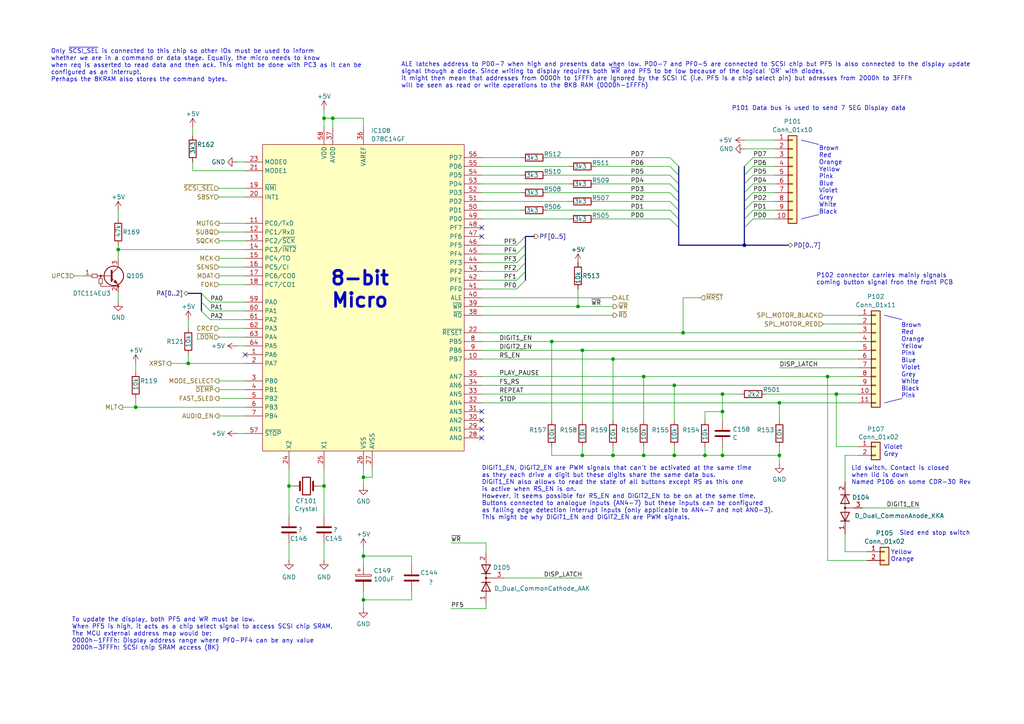
<source format=kicad_sch>
(kicad_sch (version 20231120) (generator "eeschema") (generator_version "8.0")
  (paper "A4")
  (title_block (title "PC-Engine CDR-30A (CD-ROM2) Schematics - MAIN PWR") (date "2025-02-09") (rev "0.3") (company "Author: Regis Galland"))
  (lib_symbols
    (symbol "Connector_Generic:Conn_01x02" (pin_names (offset 1.016) hide)
      (property "Reference" "J" (at 0 2.54 0))
      (property "Value" "Conn_01x02" (at 0 -5.08 0))
      (symbol "Conn_01x02_1_1"
        (rectangle (start -1.27 -2.413) (end 0 -2.667) (stroke (width 0.1524)))
        (rectangle (start -1.27 0.127) (end 0 -0.127) (stroke (width 0.1524)))
        (rectangle (start -1.27 1.27) (end 1.27 -3.81) (stroke (width 0.254)) (fill (type background)))
        (pin passive line (at -5.08 0 0) (length 3.81) (name "Pin_1") (number "1"))
        (pin passive line (at -5.08 -2.54 0) (length 3.81) (name "Pin_2") (number "2"))
      )
    )
    (symbol "Connector_Generic:Conn_01x10" (pin_names (offset 1.016) hide)
      (property "Reference" "J" (at 0 12.7 0))
      (property "Value" "Conn_01x10" (at 0 -15.24 0))
      (symbol "Conn_01x10_1_1"
        (rectangle (start -1.27 -12.573) (end 0 -12.827) (stroke (width 0.1524)))
        (rectangle (start -1.27 -10.033) (end 0 -10.287) (stroke (width 0.1524)))
        (rectangle (start -1.27 -7.493) (end 0 -7.747) (stroke (width 0.1524)))
        (rectangle (start -1.27 -4.953) (end 0 -5.207) (stroke (width 0.1524)))
        (rectangle (start -1.27 -2.413) (end 0 -2.667) (stroke (width 0.1524)))
        (rectangle (start -1.27 0.127) (end 0 -0.127) (stroke (width 0.1524)))
        (rectangle (start -1.27 2.667) (end 0 2.413) (stroke (width 0.1524)))
        (rectangle (start -1.27 5.207) (end 0 4.953) (stroke (width 0.1524)))
        (rectangle (start -1.27 7.747) (end 0 7.493) (stroke (width 0.1524)))
        (rectangle (start -1.27 10.287) (end 0 10.033) (stroke (width 0.1524)))
        (rectangle (start -1.27 11.43) (end 1.27 -13.97) (stroke (width 0.254)) (fill (type background)))
        (pin passive line (at -5.08 10.16 0) (length 3.81) (name "Pin_1") (number "1"))
        (pin passive line (at -5.08 -12.7 0) (length 3.81) (name "Pin_10") (number "10"))
        (pin passive line (at -5.08 7.62 0) (length 3.81) (name "Pin_2") (number "2"))
        (pin passive line (at -5.08 5.08 0) (length 3.81) (name "Pin_3") (number "3"))
        (pin passive line (at -5.08 2.54 0) (length 3.81) (name "Pin_4") (number "4"))
        (pin passive line (at -5.08 0 0) (length 3.81) (name "Pin_5") (number "5"))
        (pin passive line (at -5.08 -2.54 0) (length 3.81) (name "Pin_6") (number "6"))
        (pin passive line (at -5.08 -5.08 0) (length 3.81) (name "Pin_7") (number "7"))
        (pin passive line (at -5.08 -7.62 0) (length 3.81) (name "Pin_8") (number "8"))
        (pin passive line (at -5.08 -10.16 0) (length 3.81) (name "Pin_9") (number "9"))
      )
    )
    (symbol "Connector_Generic:Conn_01x11" (pin_names (offset 1.016) hide)
      (property "Reference" "J" (at 0 15.24 0))
      (property "Value" "Conn_01x11" (at 0 -15.24 0))
      (symbol "Conn_01x11_1_1"
        (rectangle (start -1.27 -12.573) (end 0 -12.827) (stroke (width 0.1524)))
        (rectangle (start -1.27 -10.033) (end 0 -10.287) (stroke (width 0.1524)))
        (rectangle (start -1.27 -7.493) (end 0 -7.747) (stroke (width 0.1524)))
        (rectangle (start -1.27 -4.953) (end 0 -5.207) (stroke (width 0.1524)))
        (rectangle (start -1.27 -2.413) (end 0 -2.667) (stroke (width 0.1524)))
        (rectangle (start -1.27 0.127) (end 0 -0.127) (stroke (width 0.1524)))
        (rectangle (start -1.27 2.667) (end 0 2.413) (stroke (width 0.1524)))
        (rectangle (start -1.27 5.207) (end 0 4.953) (stroke (width 0.1524)))
        (rectangle (start -1.27 7.747) (end 0 7.493) (stroke (width 0.1524)))
        (rectangle (start -1.27 10.287) (end 0 10.033) (stroke (width 0.1524)))
        (rectangle (start -1.27 12.827) (end 0 12.573) (stroke (width 0.1524)))
        (rectangle (start -1.27 13.97) (end 1.27 -13.97) (stroke (width 0.254)) (fill (type background)))
        (pin passive line (at -5.08 12.7 0) (length 3.81) (name "Pin_1") (number "1"))
        (pin passive line (at -5.08 -10.16 0) (length 3.81) (name "Pin_10") (number "10"))
        (pin passive line (at -5.08 -12.7 0) (length 3.81) (name "Pin_11") (number "11"))
        (pin passive line (at -5.08 10.16 0) (length 3.81) (name "Pin_2") (number "2"))
        (pin passive line (at -5.08 7.62 0) (length 3.81) (name "Pin_3") (number "3"))
        (pin passive line (at -5.08 5.08 0) (length 3.81) (name "Pin_4") (number "4"))
        (pin passive line (at -5.08 2.54 0) (length 3.81) (name "Pin_5") (number "5"))
        (pin passive line (at -5.08 0 0) (length 3.81) (name "Pin_6") (number "6"))
        (pin passive line (at -5.08 -2.54 0) (length 3.81) (name "Pin_7") (number "7"))
        (pin passive line (at -5.08 -5.08 0) (length 3.81) (name "Pin_8") (number "8"))
        (pin passive line (at -5.08 -7.62 0) (length 3.81) (name "Pin_9") (number "9"))
      )
    )
    (symbol "Device:C" (pin_numbers hide) (pin_names (offset 0.254))
      (property "Reference" "C" (at 0.635 2.54 0))
      (property "Value" "C" (at 0.635 -2.54 0))
      (symbol "C_0_1"
        (polyline (pts (xy -2.032 -0.762) (xy 2.032 -0.762)) (stroke (width 0.508)))
        (polyline (pts (xy -2.032 0.762) (xy 2.032 0.762)) (stroke (width 0.508)))
      )
      (symbol "C_1_1"
        (pin passive line (at 0 3.81 270) (length 2.794) (name "~") (number "1"))
        (pin passive line (at 0 -3.81 90) (length 2.794) (name "~") (number "2"))
      )
    )
    (symbol "Device:C_Polarized" (pin_numbers hide) (pin_names (offset 0.254))
      (property "Reference" "C" (at 0.635 2.54 0))
      (property "Value" "C_Polarized" (at 0.635 -2.54 0))
      (symbol "C_Polarized_0_1"
        (rectangle (start -2.286 0.508) (end 2.286 1.016))
        (polyline (pts (xy -1.778 2.286) (xy -0.762 2.286)))
        (polyline (pts (xy -1.27 2.794) (xy -1.27 1.778)))
        (rectangle (start 2.286 -0.508) (end -2.286 -1.016) (fill (type outline)))
      )
      (symbol "C_Polarized_1_1"
        (pin passive line (at 0 3.81 270) (length 2.794) (name "~") (number "1"))
        (pin passive line (at 0 -3.81 90) (length 2.794) (name "~") (number "2"))
      )
    )
    (symbol "Device:Crystal" (pin_numbers hide) (pin_names (offset 1.016) hide)
      (property "Reference" "Y" (at 0 3.81 0))
      (property "Value" "Crystal" (at 0 -3.81 0))
      (symbol "Crystal_0_1"
        (rectangle (start -1.143 2.54) (end 1.143 -2.54) (stroke (width 0.3048)))
        (polyline (pts (xy -2.54 0) (xy -1.905 0)))
        (polyline (pts (xy -1.905 -1.27) (xy -1.905 1.27)) (stroke (width 0.508)))
        (polyline (pts (xy 1.905 -1.27) (xy 1.905 1.27)) (stroke (width 0.508)))
        (polyline (pts (xy 2.54 0) (xy 1.905 0)))
      )
      (symbol "Crystal_1_1"
        (pin passive line (at -3.81 0 0) (length 1.27) (name "1") (number "1"))
        (pin passive line (at 3.81 0 180) (length 1.27) (name "2") (number "2"))
      )
    )
    (symbol "Device:D_Dual_CommonAnode_KKA" (pin_names (offset 0.762) hide)
      (property "Reference" "D" (at 1.27 -2.54 0))
      (property "Value" "D_Dual_CommonAnode_KKA" (at 0 2.54 0))
      (symbol "D_Dual_CommonAnode_KKA_0_1"
        (polyline (pts (xy -3.81 0) (xy 3.81 0)))
        (polyline (pts (xy 0 0) (xy 0 -2.54)))
        (polyline (pts (xy -3.81 1.27) (xy -3.81 -1.27) (xy -3.81 -1.27)) (stroke (width 0.254)))
        (polyline (pts (xy 3.81 1.27) (xy 3.81 -1.27) (xy 3.81 -1.27)) (stroke (width 0.254)))
        (polyline (pts (xy -1.27 -1.27) (xy -3.81 0) (xy -1.27 1.27) (xy -1.27 -1.27) (xy -1.27 -1.27) (xy -1.27 -1.27)) (stroke (width 0.254)))
        (polyline (pts (xy 1.27 1.27) (xy 3.81 0) (xy 1.27 -1.27) (xy 1.27 1.27) (xy 1.27 1.27) (xy 1.27 1.27)) (stroke (width 0.254)))
        (circle (center 0 0) (radius 0.254) (fill (type outline)))
        (pin passive line (at -7.62 0 0) (length 3.81) (name "K") (number "1"))
        (pin passive line (at 7.62 0 180) (length 3.81) (name "K") (number "2"))
        (pin passive line (at 0 -5.08 90) (length 2.54) (name "A") (number "3"))
      )
    )
    (symbol "Device:D_Dual_CommonCathode_AAK" (pin_names (offset 0.762) hide)
      (property "Reference" "D" (at 1.27 -2.54 0))
      (property "Value" "D_Dual_CommonCathode_AAK" (at 0 2.54 0))
      (symbol "D_Dual_CommonCathode_AAK_0_1"
        (polyline (pts (xy -3.81 0) (xy 3.81 0)))
        (polyline (pts (xy 0 0) (xy 0 -2.54)))
        (polyline (pts (xy -1.27 -1.27) (xy -1.27 1.27) (xy -1.27 1.27)) (stroke (width 0.254)))
        (polyline (pts (xy 1.27 -1.27) (xy 1.27 1.27) (xy 1.27 1.27)) (stroke (width 0.254)))
        (polyline (pts (xy -3.81 1.27) (xy -1.27 0) (xy -3.81 -1.27) (xy -3.81 1.27) (xy -3.81 1.27) (xy -3.81 1.27)) (stroke (width 0.254)))
        (polyline (pts (xy 3.81 -1.27) (xy 1.27 0) (xy 3.81 1.27) (xy 3.81 -1.27) (xy 3.81 -1.27) (xy 3.81 -1.27)) (stroke (width 0.254)))
        (circle (center 0 0) (radius 0.254) (fill (type outline)))
        (pin passive line (at -7.62 0 0) (length 3.81) (name "A") (number "1"))
        (pin passive line (at 7.62 0 180) (length 3.81) (name "A") (number "2"))
        (pin passive line (at 0 -5.08 90) (length 2.54) (name "K") (number "3"))
      )
    )
    (symbol "Device:R" (pin_numbers hide) (pin_names (offset 0))
      (property "Reference" "R" (at 2.032 0 90))
      (property "Value" "R" (at 0 0 90))
      (symbol "R_0_1"
        (rectangle (start -1.016 -2.54) (end 1.016 2.54) (stroke (width 0.254)))
      )
      (symbol "R_1_1"
        (pin passive line (at 0 3.81 270) (length 1.27) (name "~") (number "1"))
        (pin passive line (at 0 -3.81 90) (length 1.27) (name "~") (number "2"))
      )
    )
    (symbol "PC-Engine_CDR-30:D78C14GF"
      (property "Reference" "IC108" (at 16.1641 44.6575 0))
      (property "Value" "D78C14GF" (at 16.1641 42.2332 0))
      (symbol "D78C14GF_1_1"
        (rectangle (start -29.21 40.64) (end 29.21 -48.26) (fill (type background)))
        (pin passive line (at -34.29 -20.32 0) (length 5.08) (name "PA6") (number "1"))
        (pin passive line (at 34.29 -21.59 180) (length 5.08) (name "PB7") (number "10"))
        (pin passive line (at -34.29 17.78 0) (length 5.08) (name "PC0/TxD") (number "11"))
        (pin passive line (at -34.29 15.24 0) (length 5.08) (name "PC1/RxD") (number "12"))
        (pin passive line (at -34.29 12.7 0) (length 5.08) (name "PC2/~{SCK}") (number "13"))
        (pin passive line (at -34.29 10.16 0) (length 5.08) (name "PC3/~{INT2}") (number "14"))
        (pin passive line (at -34.29 7.62 0) (length 5.08) (name "PC4/TO") (number "15"))
        (pin passive line (at -34.29 5.08 0) (length 5.08) (name "PC5/CI") (number "16"))
        (pin passive line (at -34.29 2.54 0) (length 5.08) (name "PC6/CO0") (number "17"))
        (pin passive line (at -34.29 0 0) (length 5.08) (name "PC7/CO1") (number "18"))
        (pin passive line (at -34.29 27.94 0) (length 5.08) (name "~{NMI}") (number "19"))
        (pin passive line (at -34.29 -22.86 0) (length 5.08) (name "PA7") (number "2"))
        (pin passive line (at -34.29 25.4 0) (length 5.08) (name "INT1") (number "20"))
        (pin passive line (at -34.29 33.02 0) (length 5.08) (name "MODE1") (number "21"))
        (pin passive line (at 34.29 -13.97 180) (length 5.08) (name "~{RESET}") (number "22"))
        (pin passive line (at -34.29 35.56 0) (length 5.08) (name "MODE0") (number "23"))
        (pin passive line (at -21.59 -53.34 90) (length 5.08) (name "X2") (number "24"))
        (pin passive line (at -11.43 -53.34 90) (length 5.08) (name "X1") (number "25"))
        (pin passive line (at 0 -53.34 90) (length 5.08) (name "VSS") (number "26"))
        (pin passive line (at 2.54 -53.34 90) (length 5.08) (name "AVSS") (number "27"))
        (pin passive line (at 34.29 -44.45 180) (length 5.08) (name "AN0") (number "28"))
        (pin passive line (at 34.29 -41.91 180) (length 5.08) (name "AN1") (number "29"))
        (pin passive line (at -34.29 -27.94 0) (length 5.08) (name "PB0") (number "3"))
        (pin passive line (at 34.29 -39.37 180) (length 5.08) (name "AN2") (number "30"))
        (pin passive line (at 34.29 -36.83 180) (length 5.08) (name "AN3") (number "31"))
        (pin passive line (at 34.29 -34.29 180) (length 5.08) (name "AN4") (number "32"))
        (pin passive line (at 34.29 -31.75 180) (length 5.08) (name "AN5") (number "33"))
        (pin passive line (at 34.29 -29.21 180) (length 5.08) (name "AN6") (number "34"))
        (pin passive line (at 34.29 -26.67 180) (length 5.08) (name "AN7") (number "35"))
        (pin passive line (at 0 45.72 270) (length 5.08) (name "VAREF") (number "36"))
        (pin passive line (at -8.89 45.72 270) (length 5.08) (name "AVDD") (number "37"))
        (pin passive line (at 34.29 -8.89 180) (length 5.08) (name "~{RD}") (number "38"))
        (pin passive line (at 34.29 -6.35 180) (length 5.08) (name "~{WR}") (number "39"))
        (pin passive line (at -34.29 -30.48 0) (length 5.08) (name "PB1") (number "4"))
        (pin passive line (at 34.29 -3.81 180) (length 5.08) (name "ALE") (number "40"))
        (pin passive line (at 34.29 -1.27 180) (length 5.08) (name "PF0") (number "41"))
        (pin passive line (at 34.29 1.27 180) (length 5.08) (name "PF1") (number "42"))
        (pin passive line (at 34.29 3.81 180) (length 5.08) (name "PF2") (number "43"))
        (pin passive line (at 34.29 6.35 180) (length 5.08) (name "PF3") (number "44"))
        (pin passive line (at 34.29 8.89 180) (length 5.08) (name "PF4") (number "45"))
        (pin passive line (at 34.29 11.43 180) (length 5.08) (name "PF5") (number "46"))
        (pin passive line (at 34.29 13.97 180) (length 5.08) (name "PF6") (number "47"))
        (pin passive line (at 34.29 16.51 180) (length 5.08) (name "PF7") (number "48"))
        (pin passive line (at 34.29 19.05 180) (length 5.08) (name "PD0") (number "49"))
        (pin passive line (at -34.29 -33.02 0) (length 5.08) (name "PB2") (number "5"))
        (pin passive line (at 34.29 21.59 180) (length 5.08) (name "PD1") (number "50"))
        (pin passive line (at 34.29 24.13 180) (length 5.08) (name "PD2") (number "51"))
        (pin passive line (at 34.29 26.67 180) (length 5.08) (name "PD3") (number "52"))
        (pin passive line (at 34.29 29.21 180) (length 5.08) (name "PD4") (number "53"))
        (pin passive line (at 34.29 31.75 180) (length 5.08) (name "PD5") (number "54"))
        (pin passive line (at 34.29 34.29 180) (length 5.08) (name "PD6") (number "55"))
        (pin passive line (at 34.29 36.83 180) (length 5.08) (name "PD7") (number "56"))
        (pin passive line (at -34.29 -43.18 0) (length 5.08) (name "~{STOP}") (number "57"))
        (pin passive line (at -11.43 45.72 270) (length 5.08) (name "VDD") (number "58"))
        (pin passive line (at -34.29 -5.08 0) (length 5.08) (name "PA0") (number "59"))
        (pin passive line (at -34.29 -35.56 0) (length 5.08) (name "PB3") (number "6"))
        (pin passive line (at -34.29 -7.62 0) (length 5.08) (name "PA1") (number "60"))
        (pin passive line (at -34.29 -10.16 0) (length 5.08) (name "PA2") (number "61"))
        (pin passive line (at -34.29 -12.7 0) (length 5.08) (name "PA3") (number "62"))
        (pin passive line (at -34.29 -15.24 0) (length 5.08) (name "PA4") (number "63"))
        (pin passive line (at -34.29 -17.78 0) (length 5.08) (name "PA5") (number "64"))
        (pin passive line (at -34.29 -38.1 0) (length 5.08) (name "PB4") (number "7"))
        (pin passive line (at 34.29 -16.51 180) (length 5.08) (name "PB5") (number "8"))
        (pin passive line (at 34.29 -19.05 180) (length 5.08) (name "PB6") (number "9"))
      )
    )
    (symbol "PC-Engine_CDR-30:DTC114EU3" (pin_names hide)
      (property "Reference" "Q" (at 3.81 1.27 0))
      (property "Value" "DTC114EU3" (at 3.81 -1.27 0))
      (symbol "DTC114EU3_0_1"
        (rectangle (start -6.35 0.508) (end -4.826 -0.508))
        (rectangle (start -4.318 -2.286) (end -3.302 -0.762))
        (circle (center -3.81 0) (radius 0.254) (fill (type outline)))
        (polyline (pts (xy -3.81 -0.762) (xy -3.81 0)))
        (polyline (pts (xy -0.762 0) (xy -4.826 0)))
        (polyline (pts (xy -0.635 1.524) (xy -0.635 -1.524)) (stroke (width 0.508)))
        (polyline (pts (xy -3.81 -2.286) (xy -3.81 -3.048) (xy 1.27 -3.048)))
        (circle (center 1.27 -3.048) (radius 0.254) (fill (type outline)))
      )
      (symbol "DTC114EU3_1_1"
        (polyline (pts (xy -0.635 0.635) (xy 1.27 2.54)))
        (polyline (pts (xy -0.635 -0.635) (xy 1.27 -2.54) (xy 1.27 -2.54)))
        (polyline (pts (xy 0 -1.778) (xy 0.508 -1.27) (xy 1.016 -2.286) (xy 0 -1.778) (xy 0 -1.778)) (fill (type outline)))
        (circle (center 0 0) (radius 2.8194) (stroke (width 0.254)))
        (pin input line (at -8.89 0 0) (length 2.54) (name "B") (number "1"))
        (pin passive line (at 1.27 -5.08 90) (length 2.54) (name "E") (number "2"))
        (pin passive line (at 1.27 5.08 270) (length 2.54) (name "C") (number "3"))
      )
    )
    (symbol "power:+5V" (power) (pin_numbers hide) (pin_names (offset 0) hide)
      (property "Value" "+5V" (at 0 3.556 0))
      (symbol "+5V_0_1"
        (polyline (pts (xy -0.762 1.27) (xy 0 2.54)))
        (polyline (pts (xy 0 0) (xy 0 2.54)))
        (polyline (pts (xy 0 2.54) (xy 0.762 1.27)))
      )
      (symbol "+5V_1_1"
        (pin power_in line (at 0 0 90) (length 0) (name "~") (number "1"))
      )
    )
    (symbol "power:GND" (power) (pin_numbers hide) (pin_names (offset 0) hide)
      (property "Value" "GND" (at 0 -3.81 0))
      (symbol "GND_0_1"
        (polyline (pts (xy 0 0) (xy 0 -1.27) (xy 1.27 -1.27) (xy 0 -2.54) (xy -1.27 -1.27) (xy 0 -1.27)))
      )
      (symbol "GND_1_1"
        (pin power_in line (at 0 0 270) (length 0) (name "~") (number "1"))
      )
    )
  )
  (junction (at 105.41 161.29))
  (junction (at 209.55 119.38))
  (junction (at 93.98 140.97))
  (junction (at 93.98 34.29))
  (junction (at 105.41 173.99))
  (junction (at 34.29 72.39))
  (junction (at 105.41 138.43))
  (junction (at 198.12 96.52))
  (junction (at 39.37 118.11))
  (junction (at 240.03 109.22))
  (junction (at 242.57 114.3))
  (junction (at 177.8 132.08))
  (junction (at 195.58 132.08))
  (junction (at 168.91 101.6))
  (junction (at 186.69 132.08))
  (junction (at 168.91 132.08))
  (junction (at 226.06 116.84))
  (junction (at 204.47 132.08))
  (junction (at 167.64 88.9))
  (junction (at 209.55 132.08))
  (junction (at 215.9 71.12))
  (junction (at 160.02 99.06))
  (junction (at 186.69 109.22))
  (junction (at 209.55 114.3))
  (junction (at 54.61 105.41))
  (junction (at 96.52 34.29))
  (junction (at 195.58 111.76))
  (junction (at 226.06 132.08))
  (junction (at 83.82 140.97))
  (junction (at 177.8 104.14))
  (no_connect (at 139.7 68.58))
  (no_connect (at 139.7 119.38))
  (no_connect (at 139.7 66.04))
  (no_connect (at 139.7 121.92))
  (no_connect (at 71.12 102.87))
  (no_connect (at 139.7 124.46))
  (no_connect (at 139.7 127))
  (bus_entry (at 196.85 55.88) (size -2.54 -2.54))
  (bus_entry (at 196.85 58.42) (size -2.54 -2.54))
  (bus_entry (at 149.86 83.82) (size 2.54 -2.54))
  (bus_entry (at 196.85 48.26) (size -2.54 -2.54))
  (bus_entry (at 218.44 58.42) (size -2.54 2.54))
  (bus_entry (at 218.44 45.72) (size -2.54 2.54))
  (bus_entry (at 149.86 73.66) (size 2.54 -2.54))
  (bus_entry (at 196.85 60.96) (size -2.54 -2.54))
  (bus_entry (at 58.42 90.17) (size 2.54 2.54))
  (bus_entry (at 218.44 48.26) (size -2.54 2.54))
  (bus_entry (at 58.42 85.09) (size 2.54 2.54))
  (bus_entry (at 196.85 50.8) (size -2.54 -2.54))
  (bus_entry (at 149.86 71.12) (size 2.54 -2.54))
  (bus_entry (at 218.44 53.34) (size -2.54 2.54))
  (bus_entry (at 58.42 87.63) (size 2.54 2.54))
  (bus_entry (at 218.44 55.88) (size -2.54 2.54))
  (bus_entry (at 196.85 66.04) (size -2.54 -2.54))
  (bus_entry (at 218.44 60.96) (size -2.54 2.54))
  (bus_entry (at 149.86 78.74) (size 2.54 -2.54))
  (bus_entry (at 149.86 76.2) (size 2.54 -2.54))
  (bus_entry (at 149.86 81.28) (size 2.54 -2.54))
  (bus_entry (at 218.44 50.8) (size -2.54 2.54))
  (bus_entry (at 196.85 53.34) (size -2.54 -2.54))
  (bus_entry (at 196.85 63.5) (size -2.54 -2.54))
  (bus_entry (at 218.44 63.5) (size -2.54 2.54))
  (wire (pts (xy 224.79 43.18) (xy 215.9 43.18)))
  (wire (pts (xy 139.7 50.8) (xy 151.13 50.8)))
  (wire (pts (xy 140.97 157.48) (xy 140.97 160.02)))
  (wire (pts (xy 186.69 129.54) (xy 186.69 132.08)))
  (wire (pts (xy 34.29 60.96) (xy 34.29 63.5)))
  (wire (pts (xy 63.5 115.57) (xy 71.12 115.57)))
  (wire (pts (xy 63.5 77.47) (xy 71.12 77.47)))
  (wire (pts (xy 209.55 114.3) (xy 214.63 114.3)))
  (wire (pts (xy 105.41 161.29) (xy 105.41 163.83)))
  (bus (pts (xy 215.9 58.42) (xy 215.9 60.96)))
  (bus (pts (xy 54.61 85.09) (xy 58.42 85.09)))
  (wire (pts (xy 39.37 115.57) (xy 39.37 118.11)))
  (wire (pts (xy 226.06 116.84) (xy 248.92 116.84)))
  (wire (pts (xy 139.7 91.44) (xy 177.8 91.44)))
  (wire (pts (xy 177.8 104.14) (xy 177.8 121.92)))
  (wire (pts (xy 242.57 114.3) (xy 248.92 114.3)))
  (wire (pts (xy 186.69 109.22) (xy 240.03 109.22)))
  (wire (pts (xy 139.7 55.88) (xy 151.13 55.88)))
  (wire (pts (xy 105.41 161.29) (xy 119.38 161.29)))
  (wire (pts (xy 63.5 110.49) (xy 71.12 110.49)))
  (wire (pts (xy 209.55 114.3) (xy 209.55 119.38)))
  (wire (pts (xy 71.12 67.31) (xy 63.5 67.31)))
  (bus (pts (xy 215.9 50.8) (xy 215.9 53.34)))
  (wire (pts (xy 168.91 129.54) (xy 168.91 132.08)))
  (polyline (pts (xy 256.54 116.84) (xy 261.62 115.57)))
  (wire (pts (xy 54.61 102.87) (xy 54.61 105.41)))
  (bus (pts (xy 215.9 60.96) (xy 215.9 63.5)))
  (wire (pts (xy 34.29 87.63) (xy 34.29 85.09)))
  (wire (pts (xy 195.58 111.76) (xy 248.92 111.76)))
  (wire (pts (xy 251.46 160.02) (xy 245.11 160.02)))
  (wire (pts (xy 119.38 161.29) (xy 119.38 163.83)))
  (wire (pts (xy 240.03 109.22) (xy 248.92 109.22)))
  (wire (pts (xy 55.88 46.99) (xy 55.88 49.53)))
  (wire (pts (xy 139.7 99.06) (xy 160.02 99.06)))
  (wire (pts (xy 168.91 167.64) (xy 146.05 167.64)))
  (wire (pts (xy 63.5 97.79) (xy 71.12 97.79)))
  (bus (pts (xy 196.85 58.42) (xy 196.85 55.88)))
  (wire (pts (xy 238.76 93.98) (xy 248.92 93.98)))
  (wire (pts (xy 168.91 132.08) (xy 177.8 132.08)))
  (wire (pts (xy 105.41 138.43) (xy 105.41 140.97)))
  (wire (pts (xy 139.7 116.84) (xy 226.06 116.84)))
  (wire (pts (xy 209.55 132.08) (xy 226.06 132.08)))
  (wire (pts (xy 218.44 45.72) (xy 224.79 45.72)))
  (wire (pts (xy 160.02 129.54) (xy 160.02 132.08)))
  (wire (pts (xy 55.88 36.83) (xy 55.88 39.37)))
  (wire (pts (xy 139.7 45.72) (xy 151.13 45.72)))
  (wire (pts (xy 130.81 176.53) (xy 140.97 176.53)))
  (bus (pts (xy 196.85 50.8) (xy 196.85 53.34)))
  (wire (pts (xy 198.12 96.52) (xy 248.92 96.52)))
  (wire (pts (xy 130.81 157.48) (xy 140.97 157.48)))
  (wire (pts (xy 242.57 114.3) (xy 222.25 114.3)))
  (wire (pts (xy 63.5 120.65) (xy 71.12 120.65)))
  (wire (pts (xy 139.7 86.36) (xy 177.8 86.36)))
  (wire (pts (xy 160.02 99.06) (xy 248.92 99.06)))
  (wire (pts (xy 177.8 129.54) (xy 177.8 132.08)))
  (wire (pts (xy 68.58 125.73) (xy 71.12 125.73)))
  (polyline (pts (xy 256.54 91.44) (xy 261.62 92.71)))
  (wire (pts (xy 204.47 129.54) (xy 204.47 132.08)))
  (wire (pts (xy 83.82 135.89) (xy 83.82 140.97)))
  (bus (pts (xy 215.9 48.26) (xy 215.9 50.8)))
  (wire (pts (xy 218.44 63.5) (xy 224.79 63.5)))
  (wire (pts (xy 60.96 90.17) (xy 71.12 90.17)))
  (wire (pts (xy 49.53 105.41) (xy 54.61 105.41)))
  (wire (pts (xy 226.06 129.54) (xy 226.06 132.08)))
  (wire (pts (xy 39.37 105.41) (xy 39.37 107.95)))
  (wire (pts (xy 195.58 132.08) (xy 204.47 132.08)))
  (wire (pts (xy 248.92 129.54) (xy 242.57 129.54)))
  (bus (pts (xy 58.42 87.63) (xy 58.42 85.09)))
  (wire (pts (xy 139.7 58.42) (xy 165.1 58.42)))
  (wire (pts (xy 139.7 81.28) (xy 149.86 81.28)))
  (wire (pts (xy 139.7 88.9) (xy 167.64 88.9)))
  (wire (pts (xy 139.7 53.34) (xy 165.1 53.34)))
  (wire (pts (xy 139.7 48.26) (xy 165.1 48.26)))
  (wire (pts (xy 218.44 58.42) (xy 224.79 58.42)))
  (wire (pts (xy 245.11 139.7) (xy 245.11 132.08)))
  (wire (pts (xy 186.69 132.08) (xy 195.58 132.08)))
  (wire (pts (xy 139.7 78.74) (xy 149.86 78.74)))
  (wire (pts (xy 204.47 119.38) (xy 204.47 121.92)))
  (wire (pts (xy 172.72 63.5) (xy 194.31 63.5)))
  (wire (pts (xy 139.7 111.76) (xy 195.58 111.76)))
  (wire (pts (xy 204.47 132.08) (xy 209.55 132.08)))
  (wire (pts (xy 139.7 60.96) (xy 151.13 60.96)))
  (wire (pts (xy 139.7 71.12) (xy 149.86 71.12)))
  (bus (pts (xy 152.4 78.74) (xy 152.4 81.28)))
  (bus (pts (xy 215.9 53.34) (xy 215.9 55.88)))
  (wire (pts (xy 251.46 162.56) (xy 240.03 162.56)))
  (bus (pts (xy 215.9 66.04) (xy 215.9 71.12)))
  (wire (pts (xy 218.44 50.8) (xy 224.79 50.8)))
  (wire (pts (xy 55.88 49.53) (xy 71.12 49.53)))
  (wire (pts (xy 245.11 132.08) (xy 248.92 132.08)))
  (wire (pts (xy 226.06 116.84) (xy 226.06 121.92)))
  (wire (pts (xy 240.03 109.22) (xy 240.03 162.56)))
  (bus (pts (xy 152.4 76.2) (xy 152.4 78.74)))
  (bus (pts (xy 196.85 60.96) (xy 196.85 58.42)))
  (wire (pts (xy 68.58 46.99) (xy 71.12 46.99)))
  (wire (pts (xy 63.5 74.93) (xy 71.12 74.93)))
  (polyline (pts (xy 232.41 63.5) (xy 237.49 62.23)))
  (wire (pts (xy 160.02 132.08) (xy 168.91 132.08)))
  (wire (pts (xy 63.5 54.61) (xy 71.12 54.61)))
  (bus (pts (xy 196.85 66.04) (xy 196.85 63.5)))
  (bus (pts (xy 196.85 71.12) (xy 196.85 66.04)))
  (wire (pts (xy 83.82 140.97) (xy 83.82 149.86)))
  (wire (pts (xy 105.41 171.45) (xy 105.41 173.99)))
  (wire (pts (xy 96.52 34.29) (xy 96.52 36.83)))
  (wire (pts (xy 139.7 104.14) (xy 177.8 104.14)))
  (wire (pts (xy 139.7 76.2) (xy 149.86 76.2)))
  (wire (pts (xy 218.44 55.88) (xy 224.79 55.88)))
  (wire (pts (xy 209.55 129.54) (xy 209.55 132.08)))
  (wire (pts (xy 158.75 60.96) (xy 194.31 60.96)))
  (wire (pts (xy 168.91 101.6) (xy 248.92 101.6)))
  (wire (pts (xy 203.2 86.36) (xy 198.12 86.36)))
  (bus (pts (xy 196.85 50.8) (xy 196.85 48.26)))
  (wire (pts (xy 139.7 109.22) (xy 186.69 109.22)))
  (wire (pts (xy 83.82 140.97) (xy 85.09 140.97)))
  (wire (pts (xy 139.7 96.52) (xy 198.12 96.52)))
  (wire (pts (xy 160.02 99.06) (xy 160.02 121.92)))
  (bus (pts (xy 196.85 63.5) (xy 196.85 60.96)))
  (wire (pts (xy 105.41 176.53) (xy 105.41 173.99)))
  (wire (pts (xy 167.64 83.82) (xy 167.64 88.9)))
  (wire (pts (xy 105.41 135.89) (xy 105.41 138.43)))
  (wire (pts (xy 34.29 72.39) (xy 34.29 74.93)))
  (wire (pts (xy 158.75 50.8) (xy 194.31 50.8)))
  (wire (pts (xy 226.06 106.68) (xy 248.92 106.68)))
  (bus (pts (xy 215.9 55.88) (xy 215.9 58.42)))
  (wire (pts (xy 218.44 60.96) (xy 224.79 60.96)))
  (wire (pts (xy 105.41 138.43) (xy 107.95 138.43)))
  (wire (pts (xy 172.72 53.34) (xy 194.31 53.34)))
  (wire (pts (xy 158.75 55.88) (xy 194.31 55.88)))
  (wire (pts (xy 139.7 83.82) (xy 149.86 83.82)))
  (wire (pts (xy 218.44 48.26) (xy 224.79 48.26)))
  (wire (pts (xy 186.69 121.92) (xy 186.69 109.22)))
  (wire (pts (xy 63.5 80.01) (xy 71.12 80.01)))
  (wire (pts (xy 198.12 86.36) (xy 198.12 96.52)))
  (wire (pts (xy 93.98 140.97) (xy 93.98 149.86)))
  (wire (pts (xy 139.7 101.6) (xy 168.91 101.6)))
  (wire (pts (xy 93.98 140.97) (xy 93.98 135.89)))
  (bus (pts (xy 152.4 71.12) (xy 152.4 73.66)))
  (bus (pts (xy 196.85 71.12) (xy 215.9 71.12)))
  (wire (pts (xy 105.41 158.75) (xy 105.41 161.29)))
  (wire (pts (xy 54.61 92.71) (xy 54.61 95.25)))
  (polyline (pts (xy 232.41 40.64) (xy 237.49 41.91)))
  (wire (pts (xy 93.98 34.29) (xy 96.52 34.29)))
  (wire (pts (xy 105.41 34.29) (xy 96.52 34.29)))
  (wire (pts (xy 266.7 147.32) (xy 250.19 147.32)))
  (wire (pts (xy 139.7 114.3) (xy 209.55 114.3)))
  (wire (pts (xy 71.12 113.03) (xy 63.5 113.03)))
  (bus (pts (xy 215.9 71.12) (xy 228.6 71.12)))
  (bus (pts (xy 58.42 90.17) (xy 58.42 87.63)))
  (bus (pts (xy 152.4 68.58) (xy 152.4 71.12)))
  (wire (pts (xy 226.06 132.08) (xy 226.06 134.62)))
  (bus (pts (xy 215.9 63.5) (xy 215.9 66.04)))
  (wire (pts (xy 172.72 58.42) (xy 194.31 58.42)))
  (wire (pts (xy 83.82 162.56) (xy 83.82 157.48)))
  (wire (pts (xy 158.75 45.72) (xy 194.31 45.72)))
  (wire (pts (xy 168.91 101.6) (xy 168.91 121.92)))
  (bus (pts (xy 152.4 68.58) (xy 154.94 68.58)))
  (wire (pts (xy 245.11 160.02) (xy 245.11 154.94)))
  (wire (pts (xy 63.5 57.15) (xy 71.12 57.15)))
  (wire (pts (xy 34.29 71.12) (xy 34.29 72.39)))
  (wire (pts (xy 140.97 176.53) (xy 140.97 175.26)))
  (wire (pts (xy 218.44 53.34) (xy 224.79 53.34)))
  (wire (pts (xy 167.64 88.9) (xy 177.8 88.9)))
  (wire (pts (xy 224.79 40.64) (xy 215.9 40.64)))
  (bus (pts (xy 196.85 55.88) (xy 196.85 53.34)))
  (wire (pts (xy 172.72 48.26) (xy 194.31 48.26)))
  (wire (pts (xy 139.7 73.66) (xy 149.86 73.66)))
  (wire (pts (xy 107.95 138.43) (xy 107.95 135.89)))
  (wire (pts (xy 195.58 121.92) (xy 195.58 111.76)))
  (wire (pts (xy 35.56 118.11) (xy 39.37 118.11)))
  (wire (pts (xy 60.96 92.71) (xy 71.12 92.71)))
  (wire (pts (xy 177.8 132.08) (xy 186.69 132.08)))
  (wire (pts (xy 105.41 36.83) (xy 105.41 34.29)))
  (wire (pts (xy 63.5 95.25) (xy 71.12 95.25)))
  (wire (pts (xy 195.58 129.54) (xy 195.58 132.08)))
  (wire (pts (xy 93.98 36.83) (xy 93.98 34.29)))
  (wire (pts (xy 68.58 100.33) (xy 71.12 100.33)))
  (wire (pts (xy 204.47 119.38) (xy 209.55 119.38)))
  (wire (pts (xy 93.98 140.97) (xy 92.71 140.97)))
  (wire (pts (xy 119.38 171.45) (xy 119.38 173.99)))
  (wire (pts (xy 139.7 63.5) (xy 165.1 63.5)))
  (wire (pts (xy 63.5 82.55) (xy 71.12 82.55)))
  (wire (pts (xy 242.57 129.54) (xy 242.57 114.3)))
  (bus (pts (xy 152.4 73.66) (xy 152.4 76.2)))
  (wire (pts (xy 71.12 64.77) (xy 63.5 64.77)))
  (wire (pts (xy 21.59 80.01) (xy 24.13 80.01)))
  (wire (pts (xy 34.29 72.39) (xy 71.12 72.39)))
  (wire (pts (xy 60.96 87.63) (xy 71.12 87.63)))
  (wire (pts (xy 39.37 118.11) (xy 71.12 118.11)))
  (wire (pts (xy 177.8 104.14) (xy 248.92 104.14)))
  (wire (pts (xy 105.41 173.99) (xy 119.38 173.99)))
  (wire (pts (xy 248.92 91.44) (xy 238.76 91.44)))
  (wire (pts (xy 93.98 31.75) (xy 93.98 34.29)))
  (wire (pts (xy 54.61 105.41) (xy 71.12 105.41)))
  (wire (pts (xy 93.98 162.56) (xy 93.98 157.48)))
  (wire (pts (xy 209.55 119.38) (xy 209.55 121.92)))
  (wire (pts (xy 71.12 69.85) (xy 63.5 69.85)))
  (text "Lid switch. Contact is closed\nwhen lid is down\nNamed P106 on some CDR-30 Rev" (at 246.888 137.922 0) (effects (font (size 1.27 1.27)) (justify left)))
  (text "Brown\nRed\nOrange\nYellow\nPink\nBlue\nViolet\nGrey\nWhite\nBlack" (at 237.49 52.324 0) (effects (font (size 1.27 1.27)) (justify left)))
  (text "8-bit\nMicro" (at 104.394 84.074 0) (effects (font (size 4 4) (thickness 0.8) (bold yes))))
  (text "P102 connector carries mainly signals\ncoming button signal fron the front PCB" (at 236.728 81.026 0) (effects (font (size 1.27 1.27)) (justify left)))
  (text "ALE latches address to PD0-7 when high and presents data when low. PD0-7 and PF0-5 are connected to SCSI chip but PF5 is also connected to the display update \nsignal though a diode. Since writing to display requires both ~{WR} and PF5 to be low because of the logical 'OR' with diodes,\nit might then mean that addresses from 0000h to 1FFFh are ignored by the SCSI IC (i.e. PF5 is a chip select pin) but adresses from 2000h to 3FFFh\nwill be seen as read or write operations to the 8KB RAM (0000h-1FFFh)  " (at 116.332 21.844 0) (effects (font (size 1.27 1.27)) (justify left)))
  (text "DIGIT1_EN, DIGIT2_EN are PWM signals that can't be activated at the same time\nas they each drive a digit but these digits share the same data bus.\nDIGIT1_EN also allows to read the state of all buttons except RS as this one\nis active when RS_EN is on. \nHowever, it seems possible for RS_EN and DIGIT2_EN to be on at the same time.\nButtons connected to analogue inputs (AN4-7) but these inputs can be configured\nas falling edge detection interrupt inputs (only applicable to AN4-7 and not AN0-3).\nThis might be why DIGIT1_EN and DIGIT2_EN are PWM signals." (at 139.7 135.128 0) (effects (font (size 1.27 1.27)) (justify left top)))
  (text "Brown\nRed\nOrange\nYellow\nPink\nBlue\nViolet\nGrey\nWhite\nBlack\nPink" (at 261.366 104.648 0) (effects (font (size 1.27 1.27)) (justify left)))
  (text "To update the display, both PF5 and WR must be low.\nWhen PF5 is high, it acts as a chip select signal to access SCSI chip SRAM.\nThe MCU external address map would be:\n0000h-1FFFh: Display address range where PF0-PF4 can be any value\n2000h-3FFFh: SCSI chip SRAM access (8K)" (at 20.828 183.896 0) (effects (font (size 1.27 1.27)) (justify left)))
  (text "P101 Data bus is used to send 7 SEG Display data" (at 237.49 31.496 0) (effects (font (size 1.27 1.27))))
  (text "Violet\nGrey" (at 256.286 130.81 0) (effects (font (size 1.27 1.27)) (justify left)))
  (text "Sled end stop switch" (at 260.858 154.686 0) (effects (font (size 1.27 1.27)) (justify left)))
  (text "Only ~{SCSI_SEL} is connected to this chip so other IOs must be used to inform\nwhether we are in a command or data stage. Equally, the micro needs to know \nwhen req is asserted to read data and then ack. This might be done with PC3 as it can be\nconfigured as an interrupt.\nPerhaps the 8KRAM also stores the command bytes.\n" (at 14.732 19.05 0) (effects (font (size 1.27 1.27)) (justify left)))
  (text "Yellow\nOrange" (at 258.318 161.29 0) (effects (font (size 1.27 1.27)) (justify left)))
  (label "PF4" (at 149.86 73.66 180))
  (label "PF5" (at 130.81 176.53 0))
  (label "PF5" (at 149.86 71.12 180))
  (label "DISP_LATCH" (at 168.91 167.64 180))
  (label "PD7" (at 182.88 45.72 0))
  (label "RS_EN" (at 144.78 104.14 0))
  (label "PD2" (at 218.44 58.42 0))
  (label "PD4" (at 182.88 53.34 0))
  (label "PD1" (at 182.88 60.96 0))
  (label "PD7" (at 218.44 45.72 0))
  (label "~{WR}" (at 171.45 88.9 0))
  (label "DISP_LATCH" (at 226.06 106.68 0))
  (label "PD6" (at 182.88 48.26 0))
  (label "PD3" (at 182.88 55.88 0))
  (label "PF0" (at 149.86 83.82 180))
  (label "PD6" (at 218.44 48.26 0))
  (label "PLAY_PAUSE" (at 144.78 109.22 0))
  (label "PF1" (at 149.86 81.28 180))
  (label "PF3" (at 149.86 76.2 180))
  (label "PD0" (at 218.44 63.5 0))
  (label "STOP" (at 144.78 116.84 0))
  (label "PD4" (at 218.44 53.34 0))
  (label "DIGIT1_EN" (at 144.78 99.06 0))
  (label "~{WR}" (at 130.81 157.48 0))
  (label "PD0" (at 182.88 63.5 0))
  (label "REPEAT" (at 144.78 114.3 0))
  (label "FS_RS" (at 144.78 111.76 0))
  (label "DIGIT1_EN" (at 266.7 147.32 180))
  (label "PD2" (at 182.88 58.42 0))
  (label "PD5" (at 182.88 50.8 0))
  (label "PA2" (at 60.96 92.71 0))
  (label "DIGIT2_EN" (at 144.78 101.6 0))
  (label "PA1" (at 60.96 90.17 0))
  (label "PA0" (at 60.96 87.63 0))
  (label "PF2" (at 149.86 78.74 180))
  (label "PD3" (at 218.44 55.88 0))
  (label "PD1" (at 218.44 60.96 0))
  (label "PD5" (at 218.44 50.8 0))
  (hierarchical_label "~{WR}" (shape output) (at 177.8 88.9 0))
  (hierarchical_label "~{LDON}" (shape input) (at 63.5 97.79 180))
  (hierarchical_label "MCK" (shape output) (at 63.5 74.93 180))
  (hierarchical_label "PA[0..2]" (shape bidirectional) (at 54.61 85.09 180))
  (hierarchical_label "PD[0..7]" (shape bidirectional) (at 228.6 71.12 0))
  (hierarchical_label "MODE_SELECT" (shape output) (at 63.5 110.49 180))
  (hierarchical_label "UPC3" (shape input) (at 21.59 80.01 180))
  (hierarchical_label "SENS" (shape input) (at 63.5 77.47 180))
  (hierarchical_label "SPL_MOTOR_BLACK" (shape input) (at 238.76 91.44 180))
  (hierarchical_label "XRST" (shape output) (at 49.53 105.41 180))
  (hierarchical_label "FAST_SLED" (shape output) (at 63.5 115.57 180))
  (hierarchical_label "SQCK" (shape output) (at 63.5 69.85 180))
  (hierarchical_label "~{RD}" (shape output) (at 177.8 91.44 0))
  (hierarchical_label "PF[0..5]" (shape output) (at 154.94 68.58 0))
  (hierarchical_label "FOK" (shape input) (at 63.5 82.55 180))
  (hierarchical_label "SBSY" (shape input) (at 63.5 57.15 180))
  (hierarchical_label "SUBQ" (shape input) (at 63.5 67.31 180))
  (hierarchical_label "~{DEMP}" (shape output) (at 63.5 113.03 180))
  (hierarchical_label "MDAT" (shape output) (at 63.5 80.01 180))
  (hierarchical_label "SPL_MOTOR_RED" (shape input) (at 238.76 93.98 180))
  (hierarchical_label "~{SCSI_SEL}" (shape input) (at 63.5 54.61 180))
  (hierarchical_label "CRCF" (shape input) (at 63.5 95.25 180))
  (hierarchical_label "AUDIO_EN" (shape output) (at 63.5 120.65 180))
  (hierarchical_label "~{MRST}" (shape input) (at 203.2 86.36 0))
  (hierarchical_label "MUTG" (shape output) (at 63.5 64.77 180))
  (hierarchical_label "ALE" (shape output) (at 177.8 86.36 0))
  (hierarchical_label "MLT" (shape output) (at 35.56 118.11 180))
  (symbol (lib_id "power:GND") (at 226.06 134.62 0) (mirror y) (unit 1)
    (property "Reference" "#PWR0141" (effects (hide yes)))
    (property "Value" "GND" (at 226.06 139.0634 0))
    (property "Description" "Power symbol creates a global label with name \"GND\" , ground" (effects (hide yes)))
  )
  (symbol (lib_id "Device:R") (at 218.44 114.3 90) (mirror x) (unit 1)
    (property "Reference" "R501" (at 221.234 113.03 90) (effects (justify right)))
    (property "Value" "2k2" (at 216.789 114.3 90) (effects (justify right)))
    (property "Footprint" "Resistor_SMD:R_0603_1608Metric" (effects (hide yes)))
  )
  (symbol (lib_id "PC-Engine_CDR-30:DTC114EU3") (at 33.02 80.01 0) (unit 1)
    (property "Reference" "Q105" (at 36.576 80.01 0) (effects (justify left)))
    (property "Value" "DTC114EU3" (at 21.082 85.09 0) (effects (justify left)))
    (property "Footprint" "Package_TO_SOT_SMD:SOT-23" (effects (hide yes)))
    (property "Datasheet" "https://fscdn.rohm.com/en/products/databook/datasheet/discrete/transistor/digital/dtc114ee3-e.pdf" (effects (hide yes)))
    (property "Description" "NPN bias resistor transistor, base/emitter/collector, 10k, 10k, marking 2421" (effects (hide yes)))
    (property "Sim.Device" "PNP" (effects (hide yes)))
    (property "Sim.Type" "GUMMELPOON" (effects (hide yes)))
    (property "Sim.Pins" "1=C 2=B 3=E" (effects (hide yes)))
  )
  (symbol (lib_id "Device:D_Dual_CommonAnode_KKA") (at 245.11 147.32 90) (unit 1)
    (property "Reference" "D104" (at 249.682 144.272 90))
    (property "Value" "D_Dual_CommonAnode_KKA" (at 260.858 149.606 90))
    (property "Footprint" "Package_TO_SOT_SMD:SOT-23" (effects (hide yes)))
    (property "Description" "Dual diode, common anode on pin 3" (effects (hide yes)))
  )
  (symbol (lib_id "power:GND") (at 105.41 140.97 0) (unit 1)
    (property "Reference" "#PWR0138" (effects (hide yes)))
    (property "Value" "GND" (at 105.41 145.4134 0))
    (property "Description" "Power symbol creates a global label with name \"GND\" , ground" (effects (hide yes)))
  )
  (symbol (lib_id "Device:C") (at 83.82 153.67 180) (unit 1)
    (property "Reference" "C146" (at 86.614 156.21 0))
    (property "Value" "?" (at 87.122 153.67 0))
    (property "Footprint" "Capacitor_SMD:C_0603_1608Metric" (effects (hide yes)))
  )
  (symbol (lib_id "power:+5V") (at 55.88 36.83 0) (mirror y) (unit 1)
    (property "Reference" "#PWR0126" (effects (hide yes)))
    (property "Value" "+5V" (at 55.88 33.02 0))
    (property "Description" "Power symbol creates a global label with name \"+5V\"" (effects (hide yes)))
  )
  (symbol (lib_id "Connector_Generic:Conn_01x02") (at 256.54 160.02 0) (unit 1)
    (property "Reference" "P105" (at 256.54 154.6055 0))
    (property "Value" "Conn_01x02" (at 256.54 157.0298 0))
    (property "Footprint" "Connector_JST:JST_ZE_B02B-ZESK-1D_1x02_P1.50mm_Vertical" (effects (hide yes)))
    (property "Description" "Generic connector, single row, 01x02, script generated (kicad-library-utils/schlib/autogen/connector/)" (effects (hide yes)))
  )
  (symbol (lib_id "Device:R") (at 195.58 125.73 180) (unit 1)
    (property "Reference" "R155" (at 188.976 124.714 0) (effects (justify right)))
    (property "Value" "10k" (at 195.58 127.762 90) (effects (justify right)))
    (property "Footprint" "Resistor_SMD:R_0603_1608Metric" (effects (hide yes)))
  )
  (symbol (lib_id "Device:Crystal") (at 88.9 140.97 180) (unit 1)
    (property "Reference" "CF101" (at 91.948 145.288 0) (effects (justify left)))
    (property "Value" "Crystal" (at 92.202 147.574 0) (effects (justify left)))
    (property "Description" "Two pin crystal" (effects (hide yes)))
  )
  (symbol (lib_id "Device:R") (at 154.94 55.88 270) (mirror x) (unit 1)
    (property "Reference" "R508" (at 162.814 54.864 90) (effects (justify right)))
    (property "Value" "3k3" (at 156.21 55.88 90) (effects (justify right)))
    (property "Footprint" "Resistor_SMD:R_0603_1608Metric" (effects (hide yes)))
  )
  (symbol (lib_id "power:GND") (at 34.29 87.63 0) (unit 1)
    (property "Reference" "#PWR0132" (effects (hide yes)))
    (property "Value" "GND" (at 34.29 92.0734 0))
    (property "Description" "Power symbol creates a global label with name \"GND\" , ground" (effects (hide yes)))
  )
  (symbol (lib_id "power:GND") (at 215.9 43.18 270) (unit 1)
    (property "Reference" "#PWR0102" (effects (hide yes)))
    (property "Value" "GND" (at 212.7251 43.18 90) (effects (justify right)))
    (property "Description" "Power symbol creates a global label with name \"GND\" , ground" (effects (hide yes)))
  )
  (symbol (lib_id "Connector_Generic:Conn_01x11") (at 254 104.14 0) (unit 1)
    (property "Reference" "P102" (at 254 86.0255 0))
    (property "Value" "Conn_01x11" (at 254 88.4498 0))
    (property "Footprint" "Connector_JST:JST_ZE_B11B-ZESK-1D_1x11_P1.50mm_Vertical" (effects (hide yes)))
    (property "Description" "Generic connector, single row, 01x11, script generated (kicad-library-utils/schlib/autogen/connector/)" (effects (hide yes)))
  )
  (symbol (lib_id "Device:C_Polarized") (at 105.41 167.64 0) (unit 1)
    (property "Reference" "C149" (at 108.331 165.5388 0) (effects (justify left)))
    (property "Value" "100uF" (at 108.331 167.9631 0) (effects (justify left)))
    (property "Footprint" "Capacitor_SMD:CP_Elec_5x5.4" (effects (hide yes)))
  )
  (symbol (lib_id "Device:R") (at 168.91 53.34 270) (mirror x) (unit 1)
    (property "Reference" "R509" (at 176.784 52.324 90) (effects (justify right)))
    (property "Value" "3k3" (at 170.18 53.34 90) (effects (justify right)))
    (property "Footprint" "Resistor_SMD:R_0603_1608Metric" (effects (hide yes)))
  )
  (symbol (lib_id "power:GND") (at 105.41 176.53 0) (unit 1)
    (property "Reference" "#PWR0107" (effects (hide yes)))
    (property "Value" "GND" (at 105.41 180.9734 0))
    (property "Description" "Power symbol creates a global label with name \"GND\" , ground" (effects (hide yes)))
  )
  (symbol (lib_id "power:+5V") (at 68.58 125.73 90) (unit 1)
    (property "Reference" "#PWR098" (effects (hide yes)))
    (property "Value" "+5V" (at 63.246 125.73 90))
    (property "Description" "Power symbol creates a global label with name \"+5V\"" (effects (hide yes)))
  )
  (symbol (lib_id "power:+5V") (at 215.9 40.64 90) (unit 1)
    (property "Reference" "#PWR0101" (effects (hide yes)))
    (property "Value" "+5V" (at 210.312 40.64 90))
    (property "Description" "Power symbol creates a global label with name \"+5V\"" (effects (hide yes)))
  )
  (symbol (lib_id "Device:R") (at 34.29 67.31 0) (mirror x) (unit 1)
    (property "Reference" "R169" (at 40.64 67.31 0) (effects (justify right)))
    (property "Value" "47k" (at 34.29 68.834 90) (effects (justify right)))
    (property "Footprint" "Resistor_SMD:R_0603_1608Metric" (effects (hide yes)))
  )
  (symbol (lib_id "power:GND") (at 68.58 46.99 270) (unit 1)
    (property "Reference" "#PWR096" (effects (hide yes)))
    (property "Value" "GND" (at 65.4051 46.99 90) (effects (justify right)))
    (property "Description" "Power symbol creates a global label with name \"GND\" , ground" (effects (hide yes)))
  )
  (symbol (lib_id "Device:R") (at 55.88 43.18 0) (mirror x) (unit 1)
    (property "Reference" "R162" (at 62.23 41.91 0) (effects (justify right)))
    (property "Value" "3k3" (at 55.88 44.704 90) (effects (justify right)))
    (property "Footprint" "Resistor_SMD:R_0603_1608Metric" (effects (hide yes)))
  )
  (symbol (lib_id "PC-Engine_CDR-30:D78C14GF") (at 105.41 82.55 0) (unit 1)
    (property "Reference" "IC108" (at 107.6041 37.8925 0) (effects (justify left)))
    (property "Value" "D78C14GF" (at 107.6041 40.3168 0) (effects (justify left)))
    (property "Footprint" "PC-Engine_CDR-30A:PQFP-64_20x14mm_P1.0mm" (effects (hide yes)))
  )
  (symbol (lib_id "Device:R") (at 167.64 80.01 0) (mirror y) (unit 1)
    (property "Reference" "R513" (at 168.91 80.01 0) (effects (justify right)))
    (property "Value" "10k" (at 167.64 78.74 90) (effects (justify right)))
    (property "Footprint" "Resistor_SMD:R_0603_1608Metric" (effects (hide yes)))
  )
  (symbol (lib_id "Device:R") (at 39.37 111.76 0) (mirror x) (unit 1)
    (property "Reference" "R119" (at 45.72 110.49 0) (effects (justify right)))
    (property "Value" "10k" (at 39.37 113.284 90) (effects (justify right)))
    (property "Footprint" "Resistor_SMD:R_0603_1608Metric" (effects (hide yes)))
  )
  (symbol (lib_id "Device:C") (at 119.38 167.64 180) (unit 1)
    (property "Reference" "C144" (at 124.46 166.116 0))
    (property "Value" "?" (at 124.968 168.91 0))
    (property "Footprint" "Capacitor_SMD:C_0603_1608Metric" (effects (hide yes)))
  )
  (symbol (lib_id "Device:R") (at 226.06 125.73 180) (unit 1)
    (property "Reference" "R153" (at 219.456 124.714 0) (effects (justify right)))
    (property "Value" "10k" (at 226.06 127.762 90) (effects (justify right)))
    (property "Footprint" "Resistor_SMD:R_0603_1608Metric" (effects (hide yes)))
  )
  (symbol (lib_id "Device:R") (at 168.91 58.42 270) (mirror x) (unit 1)
    (property "Reference" "R507" (at 176.784 57.404 90) (effects (justify right)))
    (property "Value" "3k3" (at 170.18 58.42 90) (effects (justify right)))
    (property "Footprint" "Resistor_SMD:R_0603_1608Metric" (effects (hide yes)))
  )
  (symbol (lib_id "power:+5V") (at 54.61 92.71 0) (unit 1)
    (property "Reference" "#PWR0136" (effects (hide yes)))
    (property "Value" "+5V" (at 54.61 88.9 0))
    (property "Description" "Power symbol creates a global label with name \"+5V\"" (effects (hide yes)))
  )
  (symbol (lib_id "power:+5V") (at 167.64 76.2 0) (unit 1)
    (property "Reference" "#PWR0131" (effects (hide yes)))
    (property "Value" "+5V" (at 167.64 72.39 0))
    (property "Description" "Power symbol creates a global label with name \"+5V\"" (effects (hide yes)))
  )
  (symbol (lib_id "Device:R") (at 154.94 50.8 270) (mirror x) (unit 1)
    (property "Reference" "R510" (at 162.814 49.784 90) (effects (justify right)))
    (property "Value" "3k3" (at 156.21 50.8 90) (effects (justify right)))
    (property "Footprint" "Resistor_SMD:R_0603_1608Metric" (effects (hide yes)))
  )
  (symbol (lib_id "Device:R") (at 204.47 125.73 180) (unit 1)
    (property "Reference" "R154" (at 197.866 124.714 0) (effects (justify right)))
    (property "Value" "10k" (at 204.47 127.762 90) (effects (justify right)))
    (property "Footprint" "Resistor_SMD:R_0603_1608Metric" (effects (hide yes)))
  )
  (symbol (lib_id "power:+5V") (at 68.58 100.33 90) (unit 1)
    (property "Reference" "#PWR097" (effects (hide yes)))
    (property "Value" "+5V" (at 63.246 100.33 90))
    (property "Description" "Power symbol creates a global label with name \"+5V\"" (effects (hide yes)))
  )
  (symbol (lib_id "Device:R") (at 177.8 125.73 180) (unit 1)
    (property "Reference" "R159" (at 171.196 124.714 0) (effects (justify right)))
    (property "Value" "10k" (at 177.8 127.762 90) (effects (justify right)))
    (property "Footprint" "Resistor_SMD:R_0603_1608Metric" (effects (hide yes)))
  )
  (symbol (lib_id "power:+5V") (at 105.41 158.75 0) (unit 1)
    (property "Reference" "#PWR0100" (effects (hide yes)))
    (property "Value" "+5V" (at 105.41 154.94 0))
    (property "Description" "Power symbol creates a global label with name \"+5V\"" (effects (hide yes)))
  )
  (symbol (lib_id "Device:R") (at 154.94 60.96 270) (mirror x) (unit 1)
    (property "Reference" "R506" (at 162.814 59.944 90) (effects (justify right)))
    (property "Value" "3k3" (at 156.21 60.96 90) (effects (justify right)))
    (property "Footprint" "Resistor_SMD:R_0603_1608Metric" (effects (hide yes)))
  )
  (symbol (lib_id "power:+5V") (at 93.98 31.75 0) (unit 1)
    (property "Reference" "#PWR0125" (effects (hide yes)))
    (property "Value" "+5V" (at 93.98 27.94 0))
    (property "Description" "Power symbol creates a global label with name \"+5V\"" (effects (hide yes)))
  )
  (symbol (lib_id "power:GND") (at 83.82 162.56 0) (unit 1)
    (property "Reference" "#PWR0134" (effects (hide yes)))
    (property "Value" "GND" (at 83.82 167.386 0))
    (property "Description" "Power symbol creates a global label with name \"GND\" , ground" (effects (hide yes)))
  )
  (symbol (lib_id "Connector_Generic:Conn_01x10") (at 229.87 50.8 0) (unit 1)
    (property "Reference" "P101" (at 229.87 35.2255 0))
    (property "Value" "Conn_01x10" (at 229.87 37.6498 0))
    (property "Footprint" "Connector_JST:JST_ZE_B10B-ZESK-1D_1x10_P1.50mm_Vertical" (effects (hide yes)))
    (property "Description" "Generic connector, single row, 01x10, script generated (kicad-library-utils/schlib/autogen/connector/)" (effects (hide yes)))
  )
  (symbol (lib_id "Device:R") (at 160.02 125.73 180) (unit 1)
    (property "Reference" "R157" (at 153.416 124.714 0) (effects (justify right)))
    (property "Value" "10k" (at 160.02 127.762 90) (effects (justify right)))
    (property "Footprint" "Resistor_SMD:R_0603_1608Metric" (effects (hide yes)))
  )
  (symbol (lib_id "power:GND") (at 93.98 162.56 0) (unit 1)
    (property "Reference" "#PWR0135" (effects (hide yes)))
    (property "Value" "GND" (at 93.98 167.386 0))
    (property "Description" "Power symbol creates a global label with name \"GND\" , ground" (effects (hide yes)))
  )
  (symbol (lib_id "Device:C") (at 209.55 125.73 0) (unit 1)
    (property "Reference" "C158" (at 212.471 124.5178 0) (effects (justify left)))
    (property "Value" "C" (at 212.471 126.9421 0) (effects (justify left)))
    (property "Footprint" "Capacitor_SMD:C_0603_1608Metric" (effects (hide yes)))
  )
  (symbol (lib_id "Connector_Generic:Conn_01x02") (at 254 129.54 0) (unit 1)
    (property "Reference" "P107" (at 251.46 124.46 0) (effects (justify left)))
    (property "Value" "Conn_01x02" (at 248.92 126.746 0) (effects (justify left)))
    (property "Footprint" "Connector_JST:JST_ZE_B02B-ZESK-1D_1x02_P1.50mm_Vertical" (effects (hide yes)))
    (property "Description" "Generic connector, single row, 01x02, script generated (kicad-library-utils/schlib/autogen/connector/)" (effects (hide yes)))
  )
  (symbol (lib_id "power:+5V") (at 39.37 105.41 0) (mirror y) (unit 1)
    (property "Reference" "#PWR0133" (effects (hide yes)))
    (property "Value" "+5V" (at 39.37 101.6 0))
    (property "Description" "Power symbol creates a global label with name \"+5V\"" (effects (hide yes)))
  )
  (symbol (lib_id "Device:R") (at 154.94 45.72 270) (mirror x) (unit 1)
    (property "Reference" "R512" (at 162.814 44.704 90) (effects (justify right)))
    (property "Value" "3k3" (at 156.21 45.72 90) (effects (justify right)))
    (property "Footprint" "Resistor_SMD:R_0603_1608Metric" (effects (hide yes)))
  )
  (symbol (lib_id "Device:R") (at 168.91 63.5 270) (mirror x) (unit 1)
    (property "Reference" "R505" (at 176.784 62.484 90) (effects (justify right)))
    (property "Value" "3k3" (at 170.18 63.5 90) (effects (justify right)))
    (property "Footprint" "Resistor_SMD:R_0603_1608Metric" (effects (hide yes)))
  )
  (symbol (lib_id "Device:R") (at 186.69 125.73 180) (unit 1)
    (property "Reference" "R156" (at 180.086 124.714 0) (effects (justify right)))
    (property "Value" "10k" (at 186.69 127.762 90) (effects (justify right)))
    (property "Footprint" "Resistor_SMD:R_0603_1608Metric" (effects (hide yes)))
  )
  (symbol (lib_id "power:+5V") (at 34.29 60.96 0) (mirror y) (unit 1)
    (property "Reference" "#PWR0130" (effects (hide yes)))
    (property "Value" "+5V" (at 34.29 57.15 0))
    (property "Description" "Power symbol creates a global label with name \"+5V\"" (effects (hide yes)))
  )
  (symbol (lib_id "Device:C") (at 93.98 153.67 0) (unit 1)
    (property "Reference" "C145" (at 96.774 156.21 0))
    (property "Value" "?" (at 97.282 153.67 0))
    (property "Footprint" "Capacitor_SMD:C_0603_1608Metric" (effects (hide yes)))
  )
  (symbol (lib_id "Device:R") (at 54.61 99.06 180) (unit 1)
    (property "Reference" "R121" (at 48.26 99.06 0) (effects (justify right)))
    (property "Value" "10k" (at 54.61 100.838 90) (effects (justify right)))
    (property "Footprint" "Resistor_SMD:R_0603_1608Metric" (effects (hide yes)))
  )
  (symbol (lib_id "Device:R") (at 168.91 125.73 180) (unit 1)
    (property "Reference" "R158" (at 162.306 124.714 0) (effects (justify right)))
    (property "Value" "10k" (at 168.91 127.762 90) (effects (justify right)))
    (property "Footprint" "Resistor_SMD:R_0603_1608Metric" (effects (hide yes)))
  )
  (symbol (lib_id "Device:D_Dual_CommonCathode_AAK") (at 140.97 167.64 90) (unit 1)
    (property "Reference" "D105" (at 145.542 164.592 90))
    (property "Value" "D_Dual_CommonCathode_AAK" (at 157.226 170.688 90))
    (property "Footprint" "Package_TO_SOT_SMD:SOT-23" (effects (hide yes)))
    (property "Description" "Dual diode, common cathode on pin 3" (effects (hide yes)))
  )
  (symbol (lib_id "Device:R") (at 168.91 48.26 270) (mirror x) (unit 1)
    (property "Reference" "R511" (at 176.784 47.244 90) (effects (justify right)))
    (property "Value" "3k3" (at 170.18 48.26 90) (effects (justify right)))
    (property "Footprint" "Resistor_SMD:R_0603_1608Metric" (effects (hide yes)))
  )
)
</source>
